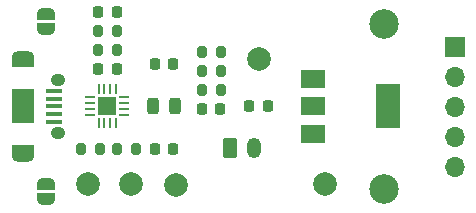
<source format=gts>
%TF.GenerationSoftware,KiCad,Pcbnew,(6.0.0-0)*%
%TF.CreationDate,2022-11-25T09:54:55+01:00*%
%TF.ProjectId,bq24072_pmic_board,62713234-3037-4325-9f70-6d69635f626f,rev?*%
%TF.SameCoordinates,Original*%
%TF.FileFunction,Soldermask,Top*%
%TF.FilePolarity,Negative*%
%FSLAX46Y46*%
G04 Gerber Fmt 4.6, Leading zero omitted, Abs format (unit mm)*
G04 Created by KiCad (PCBNEW (6.0.0-0)) date 2022-11-25 09:54:55*
%MOMM*%
%LPD*%
G01*
G04 APERTURE LIST*
G04 Aperture macros list*
%AMRoundRect*
0 Rectangle with rounded corners*
0 $1 Rounding radius*
0 $2 $3 $4 $5 $6 $7 $8 $9 X,Y pos of 4 corners*
0 Add a 4 corners polygon primitive as box body*
4,1,4,$2,$3,$4,$5,$6,$7,$8,$9,$2,$3,0*
0 Add four circle primitives for the rounded corners*
1,1,$1+$1,$2,$3*
1,1,$1+$1,$4,$5*
1,1,$1+$1,$6,$7*
1,1,$1+$1,$8,$9*
0 Add four rect primitives between the rounded corners*
20,1,$1+$1,$2,$3,$4,$5,0*
20,1,$1+$1,$4,$5,$6,$7,0*
20,1,$1+$1,$6,$7,$8,$9,0*
20,1,$1+$1,$8,$9,$2,$3,0*%
%AMFreePoly0*
4,1,22,0.500000,-0.750000,0.000000,-0.750000,0.000000,-0.745033,-0.079941,-0.743568,-0.215256,-0.701293,-0.333266,-0.622738,-0.424486,-0.514219,-0.481581,-0.384460,-0.499164,-0.250000,-0.500000,-0.250000,-0.500000,0.250000,-0.499164,0.250000,-0.499963,0.256109,-0.478152,0.396186,-0.417904,0.524511,-0.324060,0.630769,-0.204165,0.706417,-0.067858,0.745374,0.000000,0.744959,0.000000,0.750000,
0.500000,0.750000,0.500000,-0.750000,0.500000,-0.750000,$1*%
%AMFreePoly1*
4,1,20,0.000000,0.744959,0.073905,0.744508,0.209726,0.703889,0.328688,0.626782,0.421226,0.519385,0.479903,0.390333,0.500000,0.250000,0.500000,-0.250000,0.499851,-0.262216,0.476331,-0.402017,0.414519,-0.529596,0.319384,-0.634700,0.198574,-0.708877,0.061801,-0.746166,0.000000,-0.745033,0.000000,-0.750000,-0.500000,-0.750000,-0.500000,0.750000,0.000000,0.750000,0.000000,0.744959,
0.000000,0.744959,$1*%
G04 Aperture macros list end*
%ADD10RoundRect,0.200000X0.200000X0.275000X-0.200000X0.275000X-0.200000X-0.275000X0.200000X-0.275000X0*%
%ADD11C,2.000000*%
%ADD12RoundRect,0.200000X-0.200000X-0.275000X0.200000X-0.275000X0.200000X0.275000X-0.200000X0.275000X0*%
%ADD13R,1.700000X1.700000*%
%ADD14O,1.700000X1.700000*%
%ADD15C,2.500000*%
%ADD16RoundRect,0.218750X-0.218750X-0.256250X0.218750X-0.256250X0.218750X0.256250X-0.218750X0.256250X0*%
%ADD17RoundRect,0.225000X-0.225000X-0.250000X0.225000X-0.250000X0.225000X0.250000X-0.225000X0.250000X0*%
%ADD18RoundRect,0.250000X-0.350000X-0.625000X0.350000X-0.625000X0.350000X0.625000X-0.350000X0.625000X0*%
%ADD19O,1.200000X1.750000*%
%ADD20RoundRect,0.062500X0.062500X-0.375000X0.062500X0.375000X-0.062500X0.375000X-0.062500X-0.375000X0*%
%ADD21RoundRect,0.062500X0.375000X-0.062500X0.375000X0.062500X-0.375000X0.062500X-0.375000X-0.062500X0*%
%ADD22R,1.600000X1.600000*%
%ADD23FreePoly0,90.000000*%
%ADD24FreePoly1,90.000000*%
%ADD25RoundRect,0.218750X0.218750X0.256250X-0.218750X0.256250X-0.218750X-0.256250X0.218750X-0.256250X0*%
%ADD26R,1.350000X0.400000*%
%ADD27O,1.250000X1.050000*%
%ADD28R,1.900000X0.875000*%
%ADD29O,1.900000X1.000000*%
%ADD30R,1.900000X2.900000*%
%ADD31RoundRect,0.225000X0.225000X0.250000X-0.225000X0.250000X-0.225000X-0.250000X0.225000X-0.250000X0*%
%ADD32R,2.000000X1.500000*%
%ADD33R,2.000000X3.800000*%
%ADD34RoundRect,0.243750X-0.243750X-0.456250X0.243750X-0.456250X0.243750X0.456250X-0.243750X0.456250X0*%
G04 APERTURE END LIST*
D10*
X136025000Y-93600000D03*
X134375000Y-93600000D03*
D11*
X132000000Y-96600000D03*
D10*
X134450000Y-83600000D03*
X132800000Y-83600000D03*
D12*
X131350000Y-93600000D03*
X133000000Y-93600000D03*
D13*
X163025000Y-84950000D03*
D14*
X163025000Y-87490000D03*
X163025000Y-90030000D03*
X163025000Y-92570000D03*
X163025000Y-95110000D03*
D12*
X141575000Y-87000000D03*
X143225000Y-87000000D03*
D15*
X157000000Y-97000000D03*
X157000000Y-83000000D03*
D16*
X137612500Y-86400000D03*
X139187500Y-86400000D03*
D17*
X132825000Y-86800000D03*
X134375000Y-86800000D03*
D18*
X144000000Y-93550000D03*
D19*
X146000000Y-93550000D03*
D11*
X139400000Y-96650000D03*
X135600000Y-96600000D03*
D17*
X141625000Y-90200000D03*
X143175000Y-90200000D03*
D20*
X132850000Y-91437500D03*
X133350000Y-91437500D03*
X133850000Y-91437500D03*
X134350000Y-91437500D03*
D21*
X135037500Y-90750000D03*
X135037500Y-90250000D03*
X135037500Y-89750000D03*
X135037500Y-89250000D03*
D20*
X134350000Y-88562500D03*
X133850000Y-88562500D03*
X133350000Y-88562500D03*
X132850000Y-88562500D03*
D21*
X132162500Y-89250000D03*
X132162500Y-89750000D03*
X132162500Y-90250000D03*
X132162500Y-90750000D03*
D22*
X133600000Y-90000000D03*
D12*
X132800000Y-85200000D03*
X134450000Y-85200000D03*
D23*
X128400000Y-97850000D03*
D24*
X128400000Y-96550000D03*
D25*
X147187500Y-90000000D03*
X145612500Y-90000000D03*
D26*
X129095000Y-91300000D03*
X129095000Y-90650000D03*
X129095000Y-90000000D03*
X129095000Y-89350000D03*
X129095000Y-88700000D03*
D27*
X129420000Y-92225000D03*
D28*
X126420000Y-93737500D03*
D27*
X129420000Y-87775000D03*
D29*
X126420000Y-85825000D03*
D28*
X126420000Y-86262500D03*
D29*
X126420000Y-94175000D03*
D30*
X126420000Y-90000000D03*
D31*
X134375000Y-82000000D03*
X132825000Y-82000000D03*
D12*
X141575000Y-88600000D03*
X143225000Y-88600000D03*
D16*
X137612500Y-93600000D03*
X139187500Y-93600000D03*
D10*
X143225000Y-85400000D03*
X141575000Y-85400000D03*
D32*
X151050000Y-87700000D03*
X151050000Y-90000000D03*
D33*
X157350000Y-90000000D03*
D32*
X151050000Y-92300000D03*
D11*
X146400000Y-86000000D03*
X152000000Y-96600000D03*
D23*
X128400000Y-83450000D03*
D24*
X128400000Y-82150000D03*
D34*
X137462500Y-90000000D03*
X139337500Y-90000000D03*
M02*

</source>
